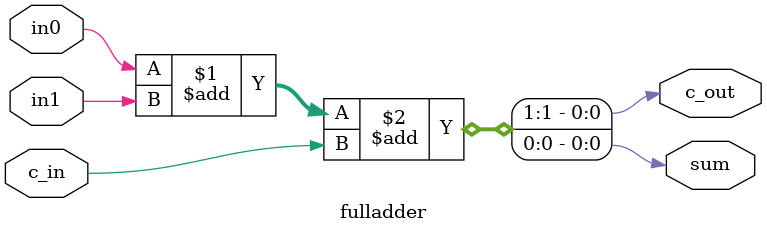
<source format=v>
module fulladder (sum, c_out, in0, in1, c_in);

output sum, c_out;
input in0, in1, c_in;

assign { c_out, sum } = in0 + in1 + c_in;

endmodule

</source>
